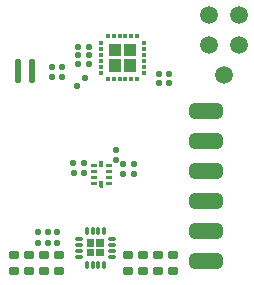
<source format=gtp>
G04 Layer_Color=8421504*
%FSAX24Y24*%
%MOIN*%
G70*
G01*
G75*
%ADD12C,0.0591*%
G04:AMPARAMS|DCode=13|XSize=26mil|YSize=34.6mil|CornerRadius=6.8mil|HoleSize=0mil|Usage=FLASHONLY|Rotation=90.000|XOffset=0mil|YOffset=0mil|HoleType=Round|Shape=RoundedRectangle|*
%AMROUNDEDRECTD13*
21,1,0.0260,0.0211,0,0,90.0*
21,1,0.0125,0.0346,0,0,90.0*
1,1,0.0135,0.0106,0.0062*
1,1,0.0135,0.0106,-0.0062*
1,1,0.0135,-0.0106,-0.0062*
1,1,0.0135,-0.0106,0.0062*
%
%ADD13ROUNDEDRECTD13*%
G04:AMPARAMS|DCode=14|XSize=21.3mil|YSize=19.7mil|CornerRadius=5.1mil|HoleSize=0mil|Usage=FLASHONLY|Rotation=90.000|XOffset=0mil|YOffset=0mil|HoleType=Round|Shape=RoundedRectangle|*
%AMROUNDEDRECTD14*
21,1,0.0213,0.0094,0,0,90.0*
21,1,0.0110,0.0197,0,0,90.0*
1,1,0.0102,0.0047,0.0055*
1,1,0.0102,0.0047,-0.0055*
1,1,0.0102,-0.0047,-0.0055*
1,1,0.0102,-0.0047,0.0055*
%
%ADD14ROUNDEDRECTD14*%
G04:AMPARAMS|DCode=15|XSize=26mil|YSize=10.2mil|CornerRadius=2.8mil|HoleSize=0mil|Usage=FLASHONLY|Rotation=180.000|XOffset=0mil|YOffset=0mil|HoleType=Round|Shape=RoundedRectangle|*
%AMROUNDEDRECTD15*
21,1,0.0260,0.0047,0,0,180.0*
21,1,0.0205,0.0102,0,0,180.0*
1,1,0.0055,-0.0102,0.0024*
1,1,0.0055,0.0102,0.0024*
1,1,0.0055,0.0102,-0.0024*
1,1,0.0055,-0.0102,-0.0024*
%
%ADD15ROUNDEDRECTD15*%
G04:AMPARAMS|DCode=16|XSize=26mil|YSize=10.2mil|CornerRadius=2.8mil|HoleSize=0mil|Usage=FLASHONLY|Rotation=270.000|XOffset=0mil|YOffset=0mil|HoleType=Round|Shape=RoundedRectangle|*
%AMROUNDEDRECTD16*
21,1,0.0260,0.0047,0,0,270.0*
21,1,0.0205,0.0102,0,0,270.0*
1,1,0.0055,-0.0024,-0.0102*
1,1,0.0055,-0.0024,0.0102*
1,1,0.0055,0.0024,0.0102*
1,1,0.0055,0.0024,-0.0102*
%
%ADD16ROUNDEDRECTD16*%
G04:AMPARAMS|DCode=18|XSize=51.2mil|YSize=110.2mil|CornerRadius=12.8mil|HoleSize=0mil|Usage=FLASHONLY|Rotation=270.000|XOffset=0mil|YOffset=0mil|HoleType=Round|Shape=RoundedRectangle|*
%AMROUNDEDRECTD18*
21,1,0.0512,0.0846,0,0,270.0*
21,1,0.0256,0.1102,0,0,270.0*
1,1,0.0256,-0.0423,-0.0128*
1,1,0.0256,-0.0423,0.0128*
1,1,0.0256,0.0423,0.0128*
1,1,0.0256,0.0423,-0.0128*
%
%ADD18ROUNDEDRECTD18*%
G04:AMPARAMS|DCode=19|XSize=20.1mil|YSize=19.7mil|CornerRadius=5.1mil|HoleSize=0mil|Usage=FLASHONLY|Rotation=180.000|XOffset=0mil|YOffset=0mil|HoleType=Round|Shape=RoundedRectangle|*
%AMROUNDEDRECTD19*
21,1,0.0201,0.0094,0,0,180.0*
21,1,0.0098,0.0197,0,0,180.0*
1,1,0.0102,-0.0049,0.0047*
1,1,0.0102,0.0049,0.0047*
1,1,0.0102,0.0049,-0.0047*
1,1,0.0102,-0.0049,-0.0047*
%
%ADD19ROUNDEDRECTD19*%
%ADD20R,0.0138X0.0248*%
%ADD21R,0.0228X0.0098*%
G04:AMPARAMS|DCode=23|XSize=21.3mil|YSize=19.7mil|CornerRadius=5.1mil|HoleSize=0mil|Usage=FLASHONLY|Rotation=180.000|XOffset=0mil|YOffset=0mil|HoleType=Round|Shape=RoundedRectangle|*
%AMROUNDEDRECTD23*
21,1,0.0213,0.0094,0,0,180.0*
21,1,0.0110,0.0197,0,0,180.0*
1,1,0.0102,-0.0055,0.0047*
1,1,0.0102,0.0055,0.0047*
1,1,0.0102,0.0055,-0.0047*
1,1,0.0102,-0.0055,-0.0047*
%
%ADD23ROUNDEDRECTD23*%
G04:AMPARAMS|DCode=24|XSize=23.2mil|YSize=81.1mil|CornerRadius=5.9mil|HoleSize=0mil|Usage=FLASHONLY|Rotation=180.000|XOffset=0mil|YOffset=0mil|HoleType=Round|Shape=RoundedRectangle|*
%AMROUNDEDRECTD24*
21,1,0.0232,0.0693,0,0,180.0*
21,1,0.0114,0.0811,0,0,180.0*
1,1,0.0118,-0.0057,0.0346*
1,1,0.0118,0.0057,0.0346*
1,1,0.0118,0.0057,-0.0346*
1,1,0.0118,-0.0057,-0.0346*
%
%ADD24ROUNDEDRECTD24*%
G04:AMPARAMS|DCode=25|XSize=20.1mil|YSize=19.7mil|CornerRadius=5.1mil|HoleSize=0mil|Usage=FLASHONLY|Rotation=270.000|XOffset=0mil|YOffset=0mil|HoleType=Round|Shape=RoundedRectangle|*
%AMROUNDEDRECTD25*
21,1,0.0201,0.0094,0,0,270.0*
21,1,0.0098,0.0197,0,0,270.0*
1,1,0.0102,-0.0047,-0.0049*
1,1,0.0102,-0.0047,0.0049*
1,1,0.0102,0.0047,0.0049*
1,1,0.0102,0.0047,-0.0049*
%
%ADD25ROUNDEDRECTD25*%
G04:AMPARAMS|DCode=26|XSize=20.1mil|YSize=19.7mil|CornerRadius=5.1mil|HoleSize=0mil|Usage=FLASHONLY|Rotation=225.000|XOffset=0mil|YOffset=0mil|HoleType=Round|Shape=RoundedRectangle|*
%AMROUNDEDRECTD26*
21,1,0.0201,0.0094,0,0,225.0*
21,1,0.0098,0.0197,0,0,225.0*
1,1,0.0102,-0.0068,-0.0001*
1,1,0.0102,0.0001,0.0068*
1,1,0.0102,0.0068,0.0001*
1,1,0.0102,-0.0001,-0.0068*
%
%ADD26ROUNDEDRECTD26*%
G04:AMPARAMS|DCode=27|XSize=13.8mil|YSize=13mil|CornerRadius=3.1mil|HoleSize=0mil|Usage=FLASHONLY|Rotation=90.000|XOffset=0mil|YOffset=0mil|HoleType=Round|Shape=RoundedRectangle|*
%AMROUNDEDRECTD27*
21,1,0.0138,0.0068,0,0,90.0*
21,1,0.0075,0.0130,0,0,90.0*
1,1,0.0062,0.0034,0.0038*
1,1,0.0062,0.0034,-0.0038*
1,1,0.0062,-0.0034,-0.0038*
1,1,0.0062,-0.0034,0.0038*
%
%ADD27ROUNDEDRECTD27*%
G04:AMPARAMS|DCode=28|XSize=13.8mil|YSize=13mil|CornerRadius=3.1mil|HoleSize=0mil|Usage=FLASHONLY|Rotation=180.000|XOffset=0mil|YOffset=0mil|HoleType=Round|Shape=RoundedRectangle|*
%AMROUNDEDRECTD28*
21,1,0.0138,0.0068,0,0,180.0*
21,1,0.0075,0.0130,0,0,180.0*
1,1,0.0062,-0.0038,0.0034*
1,1,0.0062,0.0038,0.0034*
1,1,0.0062,0.0038,-0.0034*
1,1,0.0062,-0.0038,-0.0034*
%
%ADD28ROUNDEDRECTD28*%
G36*
X005154Y003756D02*
X004946D01*
Y003854D01*
X005154D01*
Y003756D01*
D02*
G37*
G36*
X004654D02*
X004446D01*
Y003854D01*
X004654D01*
Y003756D01*
D02*
G37*
G36*
X005154Y003952D02*
X004946D01*
Y004051D01*
X005154D01*
Y003952D01*
D02*
G37*
G36*
X004654D02*
X004446D01*
Y004051D01*
X004654D01*
Y003952D01*
D02*
G37*
G36*
X004849Y003657D02*
X004751D01*
Y003866D01*
X004849D01*
Y003657D01*
D02*
G37*
G36*
X004887Y001363D02*
X004635D01*
Y001615D01*
X004887D01*
Y001363D01*
D02*
G37*
G36*
X004565Y001363D02*
X004313D01*
Y001615D01*
X004565D01*
Y001363D01*
D02*
G37*
G36*
X004887Y001685D02*
X004635D01*
Y001937D01*
X004887D01*
Y001685D01*
D02*
G37*
G36*
X004565D02*
X004313D01*
Y001937D01*
X004565D01*
Y001685D01*
D02*
G37*
G36*
X005961Y007519D02*
X005555D01*
Y007925D01*
X005961D01*
Y007519D01*
D02*
G37*
G36*
X005445D02*
X005039D01*
Y007925D01*
X005445D01*
Y007519D01*
D02*
G37*
G36*
X005961Y008035D02*
X005555D01*
Y008441D01*
X005961D01*
Y008035D01*
D02*
G37*
G36*
X005445D02*
X005039D01*
Y008441D01*
X005445D01*
Y008035D01*
D02*
G37*
G36*
X005154Y004346D02*
X004946D01*
Y004444D01*
X005154D01*
Y004346D01*
D02*
G37*
G36*
Y004149D02*
X004946D01*
Y004248D01*
X005154D01*
Y004149D01*
D02*
G37*
G36*
X004654D02*
X004446D01*
Y004248D01*
X004654D01*
Y004149D01*
D02*
G37*
G36*
Y004346D02*
X004446D01*
Y004444D01*
X004654D01*
Y004346D01*
D02*
G37*
G36*
X004849Y004334D02*
X004751D01*
Y004543D01*
X004849D01*
Y004334D01*
D02*
G37*
D12*
X009400Y009400D02*
D03*
Y008400D02*
D03*
X008900Y007400D02*
D03*
X008400Y008400D02*
D03*
Y009400D02*
D03*
D13*
X001900Y001412D02*
D03*
Y000888D02*
D03*
X002400D02*
D03*
Y001412D02*
D03*
X002900D02*
D03*
Y000888D02*
D03*
X003400D02*
D03*
Y001412D02*
D03*
X005700D02*
D03*
Y000888D02*
D03*
X006200D02*
D03*
Y001412D02*
D03*
X006700D02*
D03*
Y000888D02*
D03*
X007200D02*
D03*
Y001412D02*
D03*
D14*
X002673Y002158D02*
D03*
Y001820D02*
D03*
X003023Y002158D02*
D03*
Y001820D02*
D03*
X003323Y002158D02*
D03*
Y001820D02*
D03*
X005300Y004581D02*
D03*
Y004919D02*
D03*
D15*
X004037Y001945D02*
D03*
Y001748D02*
D03*
Y001552D02*
D03*
Y001355D02*
D03*
X005163D02*
D03*
Y001552D02*
D03*
Y001748D02*
D03*
X005163Y001945D02*
D03*
D16*
X004305Y001087D02*
D03*
X004502Y001087D02*
D03*
X004698D02*
D03*
X004895Y001087D02*
D03*
Y002213D02*
D03*
X004698Y002213D02*
D03*
X004502D02*
D03*
X004305Y002213D02*
D03*
D18*
X008300Y006200D02*
D03*
Y005200D02*
D03*
Y004200D02*
D03*
Y003200D02*
D03*
Y002200D02*
D03*
Y001200D02*
D03*
D19*
X003864Y004474D02*
D03*
X004215D02*
D03*
X004225Y004150D02*
D03*
X003875D02*
D03*
X004025Y008330D02*
D03*
X004375D02*
D03*
Y008060D02*
D03*
X004025D02*
D03*
X004375Y007790D02*
D03*
X004025D02*
D03*
D20*
X004800Y004439D02*
D03*
Y003761D02*
D03*
D21*
X005050Y004198D02*
D03*
Y004002D02*
D03*
X004550D02*
D03*
Y004198D02*
D03*
D23*
X005531Y004450D02*
D03*
X005869D02*
D03*
X005531Y004100D02*
D03*
X005869D02*
D03*
X006706Y007146D02*
D03*
X007045D02*
D03*
X006706Y007446D02*
D03*
X007045D02*
D03*
D24*
X002030Y007550D02*
D03*
X002470D02*
D03*
D25*
X003150Y007325D02*
D03*
Y007675D02*
D03*
X003500Y007325D02*
D03*
Y007675D02*
D03*
D26*
X004000Y007056D02*
D03*
X004248Y007304D02*
D03*
D27*
X005992Y008698D02*
D03*
X005795D02*
D03*
X005598D02*
D03*
X005402D02*
D03*
X005205D02*
D03*
X005008D02*
D03*
Y007261D02*
D03*
X005205D02*
D03*
X005402D02*
D03*
X005598D02*
D03*
X005795D02*
D03*
X005992D02*
D03*
D28*
X004782Y008472D02*
D03*
Y008275D02*
D03*
Y008078D02*
D03*
Y007882D02*
D03*
Y007685D02*
D03*
Y007488D02*
D03*
X006219D02*
D03*
Y007685D02*
D03*
Y007882D02*
D03*
Y008078D02*
D03*
Y008275D02*
D03*
Y008472D02*
D03*
M02*

</source>
